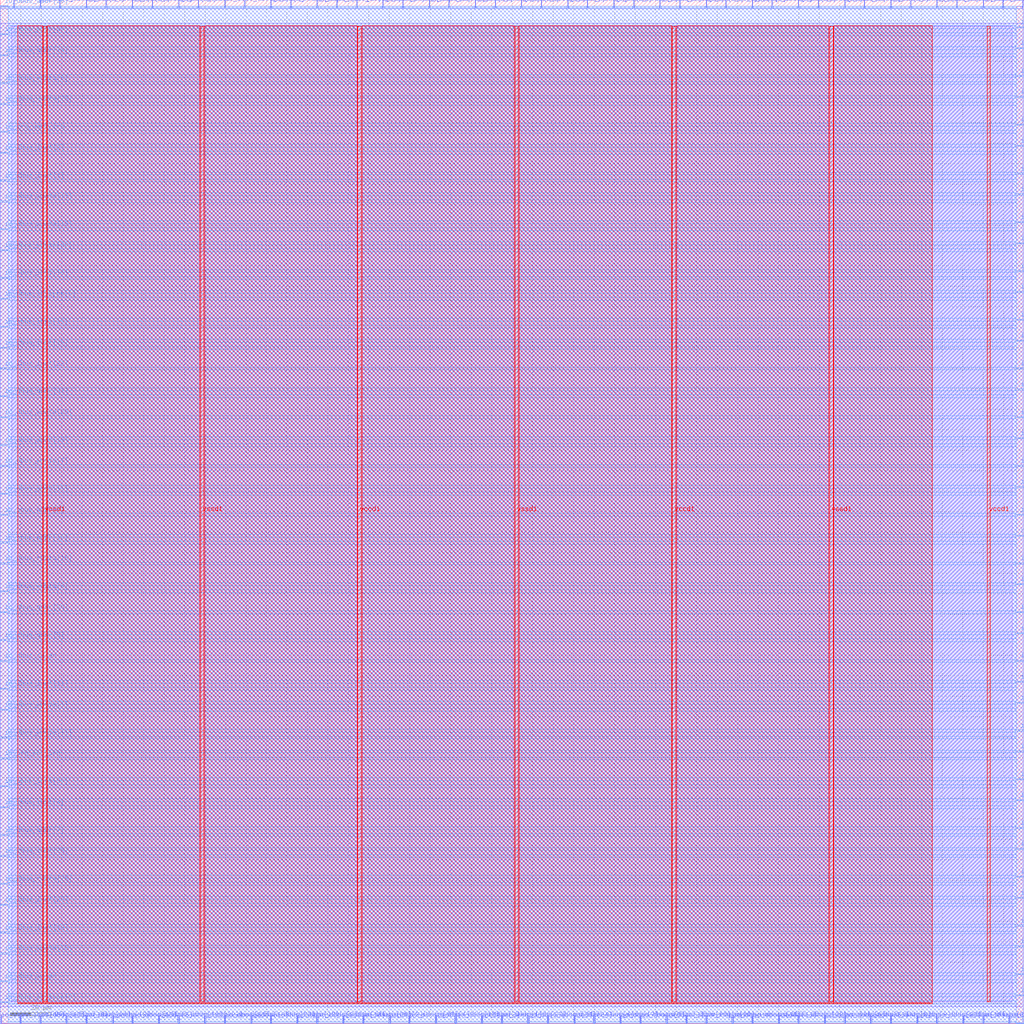
<source format=lef>
VERSION 5.7 ;
  NOWIREEXTENSIONATPIN ON ;
  DIVIDERCHAR "/" ;
  BUSBITCHARS "[]" ;
MACRO Core
  CLASS BLOCK ;
  FOREIGN Core ;
  ORIGIN 0.000 0.000 ;
  SIZE 500.000 BY 500.000 ;
  PIN clock
    DIRECTION INPUT ;
    USE SIGNAL ;
    PORT
      LAYER met2 ;
        RECT 96.690 496.000 96.970 500.000 ;
    END
  END clock
  PIN io_dbus_addr[0]
    DIRECTION OUTPUT TRISTATE ;
    USE SIGNAL ;
    PORT
      LAYER met2 ;
        RECT 492.750 0.000 493.030 4.000 ;
    END
  END io_dbus_addr[0]
  PIN io_dbus_addr[10]
    DIRECTION OUTPUT TRISTATE ;
    USE SIGNAL ;
    PORT
      LAYER met2 ;
        RECT 109.570 0.000 109.850 4.000 ;
    END
  END io_dbus_addr[10]
  PIN io_dbus_addr[11]
    DIRECTION OUTPUT TRISTATE ;
    USE SIGNAL ;
    PORT
      LAYER met2 ;
        RECT 367.170 0.000 367.450 4.000 ;
    END
  END io_dbus_addr[11]
  PIN io_dbus_addr[12]
    DIRECTION OUTPUT TRISTATE ;
    USE SIGNAL ;
    PORT
      LAYER met3 ;
        RECT 496.000 214.240 500.000 214.840 ;
    END
  END io_dbus_addr[12]
  PIN io_dbus_addr[13]
    DIRECTION OUTPUT TRISTATE ;
    USE SIGNAL ;
    PORT
      LAYER met2 ;
        RECT 322.090 496.000 322.370 500.000 ;
    END
  END io_dbus_addr[13]
  PIN io_dbus_addr[14]
    DIRECTION OUTPUT TRISTATE ;
    USE SIGNAL ;
    PORT
      LAYER met2 ;
        RECT 29.070 496.000 29.350 500.000 ;
    END
  END io_dbus_addr[14]
  PIN io_dbus_addr[15]
    DIRECTION OUTPUT TRISTATE ;
    USE SIGNAL ;
    PORT
      LAYER met3 ;
        RECT 0.000 258.440 4.000 259.040 ;
    END
  END io_dbus_addr[15]
  PIN io_dbus_addr[16]
    DIRECTION OUTPUT TRISTATE ;
    USE SIGNAL ;
    PORT
      LAYER met3 ;
        RECT 496.000 37.440 500.000 38.040 ;
    END
  END io_dbus_addr[16]
  PIN io_dbus_addr[17]
    DIRECTION OUTPUT TRISTATE ;
    USE SIGNAL ;
    PORT
      LAYER met2 ;
        RECT 479.870 496.000 480.150 500.000 ;
    END
  END io_dbus_addr[17]
  PIN io_dbus_addr[18]
    DIRECTION OUTPUT TRISTATE ;
    USE SIGNAL ;
    PORT
      LAYER met2 ;
        RECT 41.950 0.000 42.230 4.000 ;
    END
  END io_dbus_addr[18]
  PIN io_dbus_addr[19]
    DIRECTION OUTPUT TRISTATE ;
    USE SIGNAL ;
    PORT
      LAYER met3 ;
        RECT 0.000 282.240 4.000 282.840 ;
    END
  END io_dbus_addr[19]
  PIN io_dbus_addr[1]
    DIRECTION OUTPUT TRISTATE ;
    USE SIGNAL ;
    PORT
      LAYER met2 ;
        RECT 235.150 0.000 235.430 4.000 ;
    END
  END io_dbus_addr[1]
  PIN io_dbus_addr[20]
    DIRECTION OUTPUT TRISTATE ;
    USE SIGNAL ;
    PORT
      LAYER met3 ;
        RECT 0.000 496.440 4.000 497.040 ;
    END
  END io_dbus_addr[20]
  PIN io_dbus_addr[21]
    DIRECTION OUTPUT TRISTATE ;
    USE SIGNAL ;
    PORT
      LAYER met3 ;
        RECT 496.000 85.040 500.000 85.640 ;
    END
  END io_dbus_addr[21]
  PIN io_dbus_addr[22]
    DIRECTION OUTPUT TRISTATE ;
    USE SIGNAL ;
    PORT
      LAYER met2 ;
        RECT 231.930 496.000 232.210 500.000 ;
    END
  END io_dbus_addr[22]
  PIN io_dbus_addr[23]
    DIRECTION OUTPUT TRISTATE ;
    USE SIGNAL ;
    PORT
      LAYER met3 ;
        RECT 496.000 380.840 500.000 381.440 ;
    END
  END io_dbus_addr[23]
  PIN io_dbus_addr[24]
    DIRECTION OUTPUT TRISTATE ;
    USE SIGNAL ;
    PORT
      LAYER met3 ;
        RECT 0.000 472.640 4.000 473.240 ;
    END
  END io_dbus_addr[24]
  PIN io_dbus_addr[25]
    DIRECTION OUTPUT TRISTATE ;
    USE SIGNAL ;
    PORT
      LAYER met2 ;
        RECT 219.050 496.000 219.330 500.000 ;
    END
  END io_dbus_addr[25]
  PIN io_dbus_addr[26]
    DIRECTION OUTPUT TRISTATE ;
    USE SIGNAL ;
    PORT
      LAYER met2 ;
        RECT 286.670 496.000 286.950 500.000 ;
    END
  END io_dbus_addr[26]
  PIN io_dbus_addr[27]
    DIRECTION OUTPUT TRISTATE ;
    USE SIGNAL ;
    PORT
      LAYER met2 ;
        RECT 447.670 0.000 447.950 4.000 ;
    END
  END io_dbus_addr[27]
  PIN io_dbus_addr[28]
    DIRECTION OUTPUT TRISTATE ;
    USE SIGNAL ;
    PORT
      LAYER met3 ;
        RECT 496.000 391.040 500.000 391.640 ;
    END
  END io_dbus_addr[28]
  PIN io_dbus_addr[29]
    DIRECTION OUTPUT TRISTATE ;
    USE SIGNAL ;
    PORT
      LAYER met3 ;
        RECT 0.000 482.840 4.000 483.440 ;
    END
  END io_dbus_addr[29]
  PIN io_dbus_addr[2]
    DIRECTION OUTPUT TRISTATE ;
    USE SIGNAL ;
    PORT
      LAYER met2 ;
        RECT 119.230 496.000 119.510 500.000 ;
    END
  END io_dbus_addr[2]
  PIN io_dbus_addr[30]
    DIRECTION OUTPUT TRISTATE ;
    USE SIGNAL ;
    PORT
      LAYER met3 ;
        RECT 0.000 200.640 4.000 201.240 ;
    END
  END io_dbus_addr[30]
  PIN io_dbus_addr[31]
    DIRECTION OUTPUT TRISTATE ;
    USE SIGNAL ;
    PORT
      LAYER met3 ;
        RECT 0.000 306.040 4.000 306.640 ;
    END
  END io_dbus_addr[31]
  PIN io_dbus_addr[3]
    DIRECTION OUTPUT TRISTATE ;
    USE SIGNAL ;
    PORT
      LAYER met3 ;
        RECT 496.000 47.640 500.000 48.240 ;
    END
  END io_dbus_addr[3]
  PIN io_dbus_addr[4]
    DIRECTION OUTPUT TRISTATE ;
    USE SIGNAL ;
    PORT
      LAYER met3 ;
        RECT 496.000 476.040 500.000 476.640 ;
    END
  END io_dbus_addr[4]
  PIN io_dbus_addr[5]
    DIRECTION OUTPUT TRISTATE ;
    USE SIGNAL ;
    PORT
      LAYER met2 ;
        RECT 64.490 496.000 64.770 500.000 ;
    END
  END io_dbus_addr[5]
  PIN io_dbus_addr[6]
    DIRECTION OUTPUT TRISTATE ;
    USE SIGNAL ;
    PORT
      LAYER met2 ;
        RECT 402.590 0.000 402.870 4.000 ;
    END
  END io_dbus_addr[6]
  PIN io_dbus_addr[7]
    DIRECTION OUTPUT TRISTATE ;
    USE SIGNAL ;
    PORT
      LAYER met3 ;
        RECT 0.000 91.840 4.000 92.440 ;
    END
  END io_dbus_addr[7]
  PIN io_dbus_addr[8]
    DIRECTION OUTPUT TRISTATE ;
    USE SIGNAL ;
    PORT
      LAYER met2 ;
        RECT 425.130 0.000 425.410 4.000 ;
    END
  END io_dbus_addr[8]
  PIN io_dbus_addr[9]
    DIRECTION OUTPUT TRISTATE ;
    USE SIGNAL ;
    PORT
      LAYER met2 ;
        RECT 144.990 0.000 145.270 4.000 ;
    END
  END io_dbus_addr[9]
  PIN io_dbus_ld_type[0]
    DIRECTION OUTPUT TRISTATE ;
    USE SIGNAL ;
    PORT
      LAYER met3 ;
        RECT 0.000 353.640 4.000 354.240 ;
    END
  END io_dbus_ld_type[0]
  PIN io_dbus_ld_type[1]
    DIRECTION OUTPUT TRISTATE ;
    USE SIGNAL ;
    PORT
      LAYER met3 ;
        RECT 496.000 71.440 500.000 72.040 ;
    END
  END io_dbus_ld_type[1]
  PIN io_dbus_ld_type[2]
    DIRECTION OUTPUT TRISTATE ;
    USE SIGNAL ;
    PORT
      LAYER met2 ;
        RECT 389.710 0.000 389.990 4.000 ;
    END
  END io_dbus_ld_type[2]
  PIN io_dbus_rd_en
    DIRECTION OUTPUT TRISTATE ;
    USE SIGNAL ;
    PORT
      LAYER met3 ;
        RECT 0.000 176.840 4.000 177.440 ;
    END
  END io_dbus_rd_en
  PIN io_dbus_rdata[0]
    DIRECTION INPUT ;
    USE SIGNAL ;
    PORT
      LAYER met2 ;
        RECT 41.950 496.000 42.230 500.000 ;
    END
  END io_dbus_rdata[0]
  PIN io_dbus_rdata[10]
    DIRECTION INPUT ;
    USE SIGNAL ;
    PORT
      LAYER met2 ;
        RECT 19.410 496.000 19.690 500.000 ;
    END
  END io_dbus_rdata[10]
  PIN io_dbus_rdata[11]
    DIRECTION INPUT ;
    USE SIGNAL ;
    PORT
      LAYER met2 ;
        RECT 357.510 0.000 357.790 4.000 ;
    END
  END io_dbus_rdata[11]
  PIN io_dbus_rdata[12]
    DIRECTION INPUT ;
    USE SIGNAL ;
    PORT
      LAYER met2 ;
        RECT 444.450 496.000 444.730 500.000 ;
    END
  END io_dbus_rdata[12]
  PIN io_dbus_rdata[13]
    DIRECTION INPUT ;
    USE SIGNAL ;
    PORT
      LAYER met3 ;
        RECT 496.000 319.640 500.000 320.240 ;
    END
  END io_dbus_rdata[13]
  PIN io_dbus_rdata[14]
    DIRECTION INPUT ;
    USE SIGNAL ;
    PORT
      LAYER met2 ;
        RECT 309.210 496.000 309.490 500.000 ;
    END
  END io_dbus_rdata[14]
  PIN io_dbus_rdata[15]
    DIRECTION INPUT ;
    USE SIGNAL ;
    PORT
      LAYER met2 ;
        RECT 399.370 496.000 399.650 500.000 ;
    END
  END io_dbus_rdata[15]
  PIN io_dbus_rdata[16]
    DIRECTION INPUT ;
    USE SIGNAL ;
    PORT
      LAYER met3 ;
        RECT 0.000 224.440 4.000 225.040 ;
    END
  END io_dbus_rdata[16]
  PIN io_dbus_rdata[17]
    DIRECTION INPUT ;
    USE SIGNAL ;
    PORT
      LAYER met2 ;
        RECT 132.110 0.000 132.390 4.000 ;
    END
  END io_dbus_rdata[17]
  PIN io_dbus_rdata[18]
    DIRECTION INPUT ;
    USE SIGNAL ;
    PORT
      LAYER met2 ;
        RECT 457.330 496.000 457.610 500.000 ;
    END
  END io_dbus_rdata[18]
  PIN io_dbus_rdata[19]
    DIRECTION INPUT ;
    USE SIGNAL ;
    PORT
      LAYER met2 ;
        RECT 190.070 0.000 190.350 4.000 ;
    END
  END io_dbus_rdata[19]
  PIN io_dbus_rdata[1]
    DIRECTION INPUT ;
    USE SIGNAL ;
    PORT
      LAYER met2 ;
        RECT 312.430 0.000 312.710 4.000 ;
    END
  END io_dbus_rdata[1]
  PIN io_dbus_rdata[20]
    DIRECTION INPUT ;
    USE SIGNAL ;
    PORT
      LAYER met3 ;
        RECT 496.000 404.640 500.000 405.240 ;
    END
  END io_dbus_rdata[20]
  PIN io_dbus_rdata[21]
    DIRECTION INPUT ;
    USE SIGNAL ;
    PORT
      LAYER met3 ;
        RECT 496.000 272.040 500.000 272.640 ;
    END
  END io_dbus_rdata[21]
  PIN io_dbus_rdata[22]
    DIRECTION INPUT ;
    USE SIGNAL ;
    PORT
      LAYER met2 ;
        RECT 466.990 496.000 467.270 500.000 ;
    END
  END io_dbus_rdata[22]
  PIN io_dbus_rdata[23]
    DIRECTION INPUT ;
    USE SIGNAL ;
    PORT
      LAYER met2 ;
        RECT 209.390 496.000 209.670 500.000 ;
    END
  END io_dbus_rdata[23]
  PIN io_dbus_rdata[24]
    DIRECTION INPUT ;
    USE SIGNAL ;
    PORT
      LAYER met3 ;
        RECT 496.000 248.240 500.000 248.840 ;
    END
  END io_dbus_rdata[24]
  PIN io_dbus_rdata[25]
    DIRECTION INPUT ;
    USE SIGNAL ;
    PORT
      LAYER met2 ;
        RECT 132.110 496.000 132.390 500.000 ;
    END
  END io_dbus_rdata[25]
  PIN io_dbus_rdata[26]
    DIRECTION INPUT ;
    USE SIGNAL ;
    PORT
      LAYER met3 ;
        RECT 0.000 68.040 4.000 68.640 ;
    END
  END io_dbus_rdata[26]
  PIN io_dbus_rdata[27]
    DIRECTION INPUT ;
    USE SIGNAL ;
    PORT
      LAYER met2 ;
        RECT 173.970 496.000 174.250 500.000 ;
    END
  END io_dbus_rdata[27]
  PIN io_dbus_rdata[28]
    DIRECTION INPUT ;
    USE SIGNAL ;
    PORT
      LAYER met3 ;
        RECT 496.000 343.440 500.000 344.040 ;
    END
  END io_dbus_rdata[28]
  PIN io_dbus_rdata[29]
    DIRECTION INPUT ;
    USE SIGNAL ;
    PORT
      LAYER met2 ;
        RECT 334.970 0.000 335.250 4.000 ;
    END
  END io_dbus_rdata[29]
  PIN io_dbus_rdata[2]
    DIRECTION INPUT ;
    USE SIGNAL ;
    PORT
      LAYER met2 ;
        RECT 434.790 496.000 435.070 500.000 ;
    END
  END io_dbus_rdata[2]
  PIN io_dbus_rdata[30]
    DIRECTION INPUT ;
    USE SIGNAL ;
    PORT
      LAYER met2 ;
        RECT 499.190 496.000 499.470 500.000 ;
    END
  END io_dbus_rdata[30]
  PIN io_dbus_rdata[31]
    DIRECTION INPUT ;
    USE SIGNAL ;
    PORT
      LAYER met2 ;
        RECT 186.850 496.000 187.130 500.000 ;
    END
  END io_dbus_rdata[31]
  PIN io_dbus_rdata[3]
    DIRECTION INPUT ;
    USE SIGNAL ;
    PORT
      LAYER met2 ;
        RECT 222.270 0.000 222.550 4.000 ;
    END
  END io_dbus_rdata[3]
  PIN io_dbus_rdata[4]
    DIRECTION INPUT ;
    USE SIGNAL ;
    PORT
      LAYER met3 ;
        RECT 496.000 156.440 500.000 157.040 ;
    END
  END io_dbus_rdata[4]
  PIN io_dbus_rdata[5]
    DIRECTION INPUT ;
    USE SIGNAL ;
    PORT
      LAYER met3 ;
        RECT 496.000 23.840 500.000 24.440 ;
    END
  END io_dbus_rdata[5]
  PIN io_dbus_rdata[6]
    DIRECTION INPUT ;
    USE SIGNAL ;
    PORT
      LAYER met2 ;
        RECT 299.550 496.000 299.830 500.000 ;
    END
  END io_dbus_rdata[6]
  PIN io_dbus_rdata[7]
    DIRECTION INPUT ;
    USE SIGNAL ;
    PORT
      LAYER met3 ;
        RECT 496.000 438.640 500.000 439.240 ;
    END
  END io_dbus_rdata[7]
  PIN io_dbus_rdata[8]
    DIRECTION INPUT ;
    USE SIGNAL ;
    PORT
      LAYER met3 ;
        RECT 496.000 176.840 500.000 177.440 ;
    END
  END io_dbus_rdata[8]
  PIN io_dbus_rdata[9]
    DIRECTION INPUT ;
    USE SIGNAL ;
    PORT
      LAYER met2 ;
        RECT 302.770 0.000 303.050 4.000 ;
    END
  END io_dbus_rdata[9]
  PIN io_dbus_st_type[0]
    DIRECTION OUTPUT TRISTATE ;
    USE SIGNAL ;
    PORT
      LAYER met3 ;
        RECT 0.000 10.240 4.000 10.840 ;
    END
  END io_dbus_st_type[0]
  PIN io_dbus_st_type[1]
    DIRECTION OUTPUT TRISTATE ;
    USE SIGNAL ;
    PORT
      LAYER met2 ;
        RECT 344.630 496.000 344.910 500.000 ;
    END
  END io_dbus_st_type[1]
  PIN io_dbus_valid
    DIRECTION INPUT ;
    USE SIGNAL ;
    PORT
      LAYER met3 ;
        RECT 496.000 452.240 500.000 452.840 ;
    END
  END io_dbus_valid
  PIN io_dbus_wdata[0]
    DIRECTION OUTPUT TRISTATE ;
    USE SIGNAL ;
    PORT
      LAYER met2 ;
        RECT 141.770 496.000 142.050 500.000 ;
    END
  END io_dbus_wdata[0]
  PIN io_dbus_wdata[10]
    DIRECTION OUTPUT TRISTATE ;
    USE SIGNAL ;
    PORT
      LAYER met3 ;
        RECT 496.000 309.440 500.000 310.040 ;
    END
  END io_dbus_wdata[10]
  PIN io_dbus_wdata[11]
    DIRECTION OUTPUT TRISTATE ;
    USE SIGNAL ;
    PORT
      LAYER met2 ;
        RECT 19.410 0.000 19.690 4.000 ;
    END
  END io_dbus_wdata[11]
  PIN io_dbus_wdata[12]
    DIRECTION OUTPUT TRISTATE ;
    USE SIGNAL ;
    PORT
      LAYER met2 ;
        RECT 154.650 0.000 154.930 4.000 ;
    END
  END io_dbus_wdata[12]
  PIN io_dbus_wdata[13]
    DIRECTION OUTPUT TRISTATE ;
    USE SIGNAL ;
    PORT
      LAYER met3 ;
        RECT 0.000 387.640 4.000 388.240 ;
    END
  END io_dbus_wdata[13]
  PIN io_dbus_wdata[14]
    DIRECTION OUTPUT TRISTATE ;
    USE SIGNAL ;
    PORT
      LAYER met2 ;
        RECT 412.250 496.000 412.530 500.000 ;
    END
  END io_dbus_wdata[14]
  PIN io_dbus_wdata[15]
    DIRECTION OUTPUT TRISTATE ;
    USE SIGNAL ;
    PORT
      LAYER met3 ;
        RECT 0.000 139.440 4.000 140.040 ;
    END
  END io_dbus_wdata[15]
  PIN io_dbus_wdata[16]
    DIRECTION OUTPUT TRISTATE ;
    USE SIGNAL ;
    PORT
      LAYER met2 ;
        RECT 457.330 0.000 457.610 4.000 ;
    END
  END io_dbus_wdata[16]
  PIN io_dbus_wdata[17]
    DIRECTION OUTPUT TRISTATE ;
    USE SIGNAL ;
    PORT
      LAYER met3 ;
        RECT 0.000 401.240 4.000 401.840 ;
    END
  END io_dbus_wdata[17]
  PIN io_dbus_wdata[18]
    DIRECTION OUTPUT TRISTATE ;
    USE SIGNAL ;
    PORT
      LAYER met3 ;
        RECT 0.000 34.040 4.000 34.640 ;
    END
  END io_dbus_wdata[18]
  PIN io_dbus_wdata[19]
    DIRECTION OUTPUT TRISTATE ;
    USE SIGNAL ;
    PORT
      LAYER met3 ;
        RECT 496.000 200.640 500.000 201.240 ;
    END
  END io_dbus_wdata[19]
  PIN io_dbus_wdata[1]
    DIRECTION OUTPUT TRISTATE ;
    USE SIGNAL ;
    PORT
      LAYER met3 ;
        RECT 496.000 119.040 500.000 119.640 ;
    END
  END io_dbus_wdata[1]
  PIN io_dbus_wdata[20]
    DIRECTION OUTPUT TRISTATE ;
    USE SIGNAL ;
    PORT
      LAYER met3 ;
        RECT 0.000 377.440 4.000 378.040 ;
    END
  END io_dbus_wdata[20]
  PIN io_dbus_wdata[21]
    DIRECTION OUTPUT TRISTATE ;
    USE SIGNAL ;
    PORT
      LAYER met2 ;
        RECT 196.510 496.000 196.790 500.000 ;
    END
  END io_dbus_wdata[21]
  PIN io_dbus_wdata[22]
    DIRECTION OUTPUT TRISTATE ;
    USE SIGNAL ;
    PORT
      LAYER met2 ;
        RECT 380.050 0.000 380.330 4.000 ;
    END
  END io_dbus_wdata[22]
  PIN io_dbus_wdata[23]
    DIRECTION OUTPUT TRISTATE ;
    USE SIGNAL ;
    PORT
      LAYER met3 ;
        RECT 496.000 414.840 500.000 415.440 ;
    END
  END io_dbus_wdata[23]
  PIN io_dbus_wdata[24]
    DIRECTION OUTPUT TRISTATE ;
    USE SIGNAL ;
    PORT
      LAYER met2 ;
        RECT 167.530 0.000 167.810 4.000 ;
    END
  END io_dbus_wdata[24]
  PIN io_dbus_wdata[25]
    DIRECTION OUTPUT TRISTATE ;
    USE SIGNAL ;
    PORT
      LAYER met3 ;
        RECT 0.000 448.840 4.000 449.440 ;
    END
  END io_dbus_wdata[25]
  PIN io_dbus_wdata[26]
    DIRECTION OUTPUT TRISTATE ;
    USE SIGNAL ;
    PORT
      LAYER met3 ;
        RECT 496.000 357.040 500.000 357.640 ;
    END
  END io_dbus_wdata[26]
  PIN io_dbus_wdata[27]
    DIRECTION OUTPUT TRISTATE ;
    USE SIGNAL ;
    PORT
      LAYER met3 ;
        RECT 496.000 0.040 500.000 0.640 ;
    END
  END io_dbus_wdata[27]
  PIN io_dbus_wdata[28]
    DIRECTION OUTPUT TRISTATE ;
    USE SIGNAL ;
    PORT
      LAYER met3 ;
        RECT 496.000 132.640 500.000 133.240 ;
    END
  END io_dbus_wdata[28]
  PIN io_dbus_wdata[29]
    DIRECTION OUTPUT TRISTATE ;
    USE SIGNAL ;
    PORT
      LAYER met3 ;
        RECT 0.000 295.840 4.000 296.440 ;
    END
  END io_dbus_wdata[29]
  PIN io_dbus_wdata[2]
    DIRECTION OUTPUT TRISTATE ;
    USE SIGNAL ;
    PORT
      LAYER met3 ;
        RECT 496.000 224.440 500.000 225.040 ;
    END
  END io_dbus_wdata[2]
  PIN io_dbus_wdata[30]
    DIRECTION OUTPUT TRISTATE ;
    USE SIGNAL ;
    PORT
      LAYER met2 ;
        RECT 470.210 0.000 470.490 4.000 ;
    END
  END io_dbus_wdata[30]
  PIN io_dbus_wdata[31]
    DIRECTION OUTPUT TRISTATE ;
    USE SIGNAL ;
    PORT
      LAYER met2 ;
        RECT 257.690 0.000 257.970 4.000 ;
    END
  END io_dbus_wdata[31]
  PIN io_dbus_wdata[3]
    DIRECTION OUTPUT TRISTATE ;
    USE SIGNAL ;
    PORT
      LAYER met3 ;
        RECT 496.000 261.840 500.000 262.440 ;
    END
  END io_dbus_wdata[3]
  PIN io_dbus_wdata[4]
    DIRECTION OUTPUT TRISTATE ;
    USE SIGNAL ;
    PORT
      LAYER met3 ;
        RECT 0.000 210.840 4.000 211.440 ;
    END
  END io_dbus_wdata[4]
  PIN io_dbus_wdata[5]
    DIRECTION OUTPUT TRISTATE ;
    USE SIGNAL ;
    PORT
      LAYER met3 ;
        RECT 0.000 153.040 4.000 153.640 ;
    END
  END io_dbus_wdata[5]
  PIN io_dbus_wdata[6]
    DIRECTION OUTPUT TRISTATE ;
    USE SIGNAL ;
    PORT
      LAYER met2 ;
        RECT 264.130 496.000 264.410 500.000 ;
    END
  END io_dbus_wdata[6]
  PIN io_dbus_wdata[7]
    DIRECTION OUTPUT TRISTATE ;
    USE SIGNAL ;
    PORT
      LAYER met3 ;
        RECT 0.000 272.040 4.000 272.640 ;
    END
  END io_dbus_wdata[7]
  PIN io_dbus_wdata[8]
    DIRECTION OUTPUT TRISTATE ;
    USE SIGNAL ;
    PORT
      LAYER met3 ;
        RECT 0.000 459.040 4.000 459.640 ;
    END
  END io_dbus_wdata[8]
  PIN io_dbus_wdata[9]
    DIRECTION OUTPUT TRISTATE ;
    USE SIGNAL ;
    PORT
      LAYER met3 ;
        RECT 496.000 462.440 500.000 463.040 ;
    END
  END io_dbus_wdata[9]
  PIN io_dbus_wr_en
    DIRECTION OUTPUT TRISTATE ;
    USE SIGNAL ;
    PORT
      LAYER met3 ;
        RECT 0.000 20.440 4.000 21.040 ;
    END
  END io_dbus_wr_en
  PIN io_ibus_addr[0]
    DIRECTION OUTPUT TRISTATE ;
    USE SIGNAL ;
    PORT
      LAYER met2 ;
        RECT 277.010 496.000 277.290 500.000 ;
    END
  END io_ibus_addr[0]
  PIN io_ibus_addr[10]
    DIRECTION OUTPUT TRISTATE ;
    USE SIGNAL ;
    PORT
      LAYER met3 ;
        RECT 0.000 234.640 4.000 235.240 ;
    END
  END io_ibus_addr[10]
  PIN io_ibus_addr[11]
    DIRECTION OUTPUT TRISTATE ;
    USE SIGNAL ;
    PORT
      LAYER met2 ;
        RECT 331.750 496.000 332.030 500.000 ;
    END
  END io_ibus_addr[11]
  PIN io_ibus_addr[12]
    DIRECTION OUTPUT TRISTATE ;
    USE SIGNAL ;
    PORT
      LAYER met2 ;
        RECT 9.750 0.000 10.030 4.000 ;
    END
  END io_ibus_addr[12]
  PIN io_ibus_addr[13]
    DIRECTION OUTPUT TRISTATE ;
    USE SIGNAL ;
    PORT
      LAYER met2 ;
        RECT 77.370 0.000 77.650 4.000 ;
    END
  END io_ibus_addr[13]
  PIN io_ibus_addr[14]
    DIRECTION OUTPUT TRISTATE ;
    USE SIGNAL ;
    PORT
      LAYER met3 ;
        RECT 496.000 61.240 500.000 61.840 ;
    END
  END io_ibus_addr[14]
  PIN io_ibus_addr[15]
    DIRECTION OUTPUT TRISTATE ;
    USE SIGNAL ;
    PORT
      LAYER met2 ;
        RECT 212.610 0.000 212.890 4.000 ;
    END
  END io_ibus_addr[15]
  PIN io_ibus_addr[16]
    DIRECTION OUTPUT TRISTATE ;
    USE SIGNAL ;
    PORT
      LAYER met2 ;
        RECT 109.570 496.000 109.850 500.000 ;
    END
  END io_ibus_addr[16]
  PIN io_ibus_addr[17]
    DIRECTION OUTPUT TRISTATE ;
    USE SIGNAL ;
    PORT
      LAYER met2 ;
        RECT 154.650 496.000 154.930 500.000 ;
    END
  END io_ibus_addr[17]
  PIN io_ibus_addr[18]
    DIRECTION OUTPUT TRISTATE ;
    USE SIGNAL ;
    PORT
      LAYER met2 ;
        RECT 376.830 496.000 377.110 500.000 ;
    END
  END io_ibus_addr[18]
  PIN io_ibus_addr[19]
    DIRECTION OUTPUT TRISTATE ;
    USE SIGNAL ;
    PORT
      LAYER met2 ;
        RECT 54.830 0.000 55.110 4.000 ;
    END
  END io_ibus_addr[19]
  PIN io_ibus_addr[1]
    DIRECTION OUTPUT TRISTATE ;
    USE SIGNAL ;
    PORT
      LAYER met3 ;
        RECT 496.000 108.840 500.000 109.440 ;
    END
  END io_ibus_addr[1]
  PIN io_ibus_addr[20]
    DIRECTION OUTPUT TRISTATE ;
    USE SIGNAL ;
    PORT
      LAYER met3 ;
        RECT 496.000 285.640 500.000 286.240 ;
    END
  END io_ibus_addr[20]
  PIN io_ibus_addr[21]
    DIRECTION OUTPUT TRISTATE ;
    USE SIGNAL ;
    PORT
      LAYER met2 ;
        RECT 164.310 496.000 164.590 500.000 ;
    END
  END io_ibus_addr[21]
  PIN io_ibus_addr[22]
    DIRECTION OUTPUT TRISTATE ;
    USE SIGNAL ;
    PORT
      LAYER met3 ;
        RECT 496.000 190.440 500.000 191.040 ;
    END
  END io_ibus_addr[22]
  PIN io_ibus_addr[23]
    DIRECTION OUTPUT TRISTATE ;
    USE SIGNAL ;
    PORT
      LAYER met2 ;
        RECT 51.610 496.000 51.890 500.000 ;
    END
  END io_ibus_addr[23]
  PIN io_ibus_addr[24]
    DIRECTION OUTPUT TRISTATE ;
    USE SIGNAL ;
    PORT
      LAYER met2 ;
        RECT 267.350 0.000 267.630 4.000 ;
    END
  END io_ibus_addr[24]
  PIN io_ibus_addr[25]
    DIRECTION OUTPUT TRISTATE ;
    USE SIGNAL ;
    PORT
      LAYER met3 ;
        RECT 496.000 367.240 500.000 367.840 ;
    END
  END io_ibus_addr[25]
  PIN io_ibus_addr[26]
    DIRECTION OUTPUT TRISTATE ;
    USE SIGNAL ;
    PORT
      LAYER met2 ;
        RECT 389.710 496.000 389.990 500.000 ;
    END
  END io_ibus_addr[26]
  PIN io_ibus_addr[27]
    DIRECTION OUTPUT TRISTATE ;
    USE SIGNAL ;
    PORT
      LAYER met2 ;
        RECT 122.450 0.000 122.730 4.000 ;
    END
  END io_ibus_addr[27]
  PIN io_ibus_addr[28]
    DIRECTION OUTPUT TRISTATE ;
    USE SIGNAL ;
    PORT
      LAYER met3 ;
        RECT 496.000 142.840 500.000 143.440 ;
    END
  END io_ibus_addr[28]
  PIN io_ibus_addr[29]
    DIRECTION OUTPUT TRISTATE ;
    USE SIGNAL ;
    PORT
      LAYER met2 ;
        RECT 325.310 0.000 325.590 4.000 ;
    END
  END io_ibus_addr[29]
  PIN io_ibus_addr[2]
    DIRECTION OUTPUT TRISTATE ;
    USE SIGNAL ;
    PORT
      LAYER met3 ;
        RECT 496.000 13.640 500.000 14.240 ;
    END
  END io_ibus_addr[2]
  PIN io_ibus_addr[30]
    DIRECTION OUTPUT TRISTATE ;
    USE SIGNAL ;
    PORT
      LAYER met2 ;
        RECT 74.150 496.000 74.430 500.000 ;
    END
  END io_ibus_addr[30]
  PIN io_ibus_addr[31]
    DIRECTION OUTPUT TRISTATE ;
    USE SIGNAL ;
    PORT
      LAYER met2 ;
        RECT 412.250 0.000 412.530 4.000 ;
    END
  END io_ibus_addr[31]
  PIN io_ibus_addr[3]
    DIRECTION OUTPUT TRISTATE ;
    USE SIGNAL ;
    PORT
      LAYER met2 ;
        RECT 64.490 0.000 64.770 4.000 ;
    END
  END io_ibus_addr[3]
  PIN io_ibus_addr[4]
    DIRECTION OUTPUT TRISTATE ;
    USE SIGNAL ;
    PORT
      LAYER met2 ;
        RECT 199.730 0.000 200.010 4.000 ;
    END
  END io_ibus_addr[4]
  PIN io_ibus_addr[5]
    DIRECTION OUTPUT TRISTATE ;
    USE SIGNAL ;
    PORT
      LAYER met3 ;
        RECT 0.000 187.040 4.000 187.640 ;
    END
  END io_ibus_addr[5]
  PIN io_ibus_addr[6]
    DIRECTION OUTPUT TRISTATE ;
    USE SIGNAL ;
    PORT
      LAYER met3 ;
        RECT 496.000 428.440 500.000 429.040 ;
    END
  END io_ibus_addr[6]
  PIN io_ibus_addr[7]
    DIRECTION OUTPUT TRISTATE ;
    USE SIGNAL ;
    PORT
      LAYER met3 ;
        RECT 496.000 295.840 500.000 296.440 ;
    END
  END io_ibus_addr[7]
  PIN io_ibus_addr[8]
    DIRECTION OUTPUT TRISTATE ;
    USE SIGNAL ;
    PORT
      LAYER met2 ;
        RECT 434.790 0.000 435.070 4.000 ;
    END
  END io_ibus_addr[8]
  PIN io_ibus_addr[9]
    DIRECTION OUTPUT TRISTATE ;
    USE SIGNAL ;
    PORT
      LAYER met3 ;
        RECT 0.000 248.240 4.000 248.840 ;
    END
  END io_ibus_addr[9]
  PIN io_ibus_inst[0]
    DIRECTION INPUT ;
    USE SIGNAL ;
    PORT
      LAYER met3 ;
        RECT 496.000 166.640 500.000 167.240 ;
    END
  END io_ibus_inst[0]
  PIN io_ibus_inst[10]
    DIRECTION INPUT ;
    USE SIGNAL ;
    PORT
      LAYER met3 ;
        RECT 0.000 329.840 4.000 330.440 ;
    END
  END io_ibus_inst[10]
  PIN io_ibus_inst[11]
    DIRECTION INPUT ;
    USE SIGNAL ;
    PORT
      LAYER met3 ;
        RECT 0.000 163.240 4.000 163.840 ;
    END
  END io_ibus_inst[11]
  PIN io_ibus_inst[12]
    DIRECTION INPUT ;
    USE SIGNAL ;
    PORT
      LAYER met3 ;
        RECT 496.000 486.240 500.000 486.840 ;
    END
  END io_ibus_inst[12]
  PIN io_ibus_inst[13]
    DIRECTION INPUT ;
    USE SIGNAL ;
    PORT
      LAYER met2 ;
        RECT 479.870 0.000 480.150 4.000 ;
    END
  END io_ibus_inst[13]
  PIN io_ibus_inst[14]
    DIRECTION INPUT ;
    USE SIGNAL ;
    PORT
      LAYER met2 ;
        RECT 489.530 496.000 489.810 500.000 ;
    END
  END io_ibus_inst[14]
  PIN io_ibus_inst[15]
    DIRECTION INPUT ;
    USE SIGNAL ;
    PORT
      LAYER met3 ;
        RECT 0.000 340.040 4.000 340.640 ;
    END
  END io_ibus_inst[15]
  PIN io_ibus_inst[16]
    DIRECTION INPUT ;
    USE SIGNAL ;
    PORT
      LAYER met3 ;
        RECT 0.000 363.840 4.000 364.440 ;
    END
  END io_ibus_inst[16]
  PIN io_ibus_inst[17]
    DIRECTION INPUT ;
    USE SIGNAL ;
    PORT
      LAYER met2 ;
        RECT 289.890 0.000 290.170 4.000 ;
    END
  END io_ibus_inst[17]
  PIN io_ibus_inst[18]
    DIRECTION INPUT ;
    USE SIGNAL ;
    PORT
      LAYER met2 ;
        RECT 0.090 0.000 0.370 4.000 ;
    END
  END io_ibus_inst[18]
  PIN io_ibus_inst[19]
    DIRECTION INPUT ;
    USE SIGNAL ;
    PORT
      LAYER met3 ;
        RECT 0.000 44.240 4.000 44.840 ;
    END
  END io_ibus_inst[19]
  PIN io_ibus_inst[1]
    DIRECTION INPUT ;
    USE SIGNAL ;
    PORT
      LAYER met3 ;
        RECT 0.000 411.440 4.000 412.040 ;
    END
  END io_ibus_inst[1]
  PIN io_ibus_inst[20]
    DIRECTION INPUT ;
    USE SIGNAL ;
    PORT
      LAYER met3 ;
        RECT 0.000 57.840 4.000 58.440 ;
    END
  END io_ibus_inst[20]
  PIN io_ibus_inst[21]
    DIRECTION INPUT ;
    USE SIGNAL ;
    PORT
      LAYER met2 ;
        RECT 254.470 496.000 254.750 500.000 ;
    END
  END io_ibus_inst[21]
  PIN io_ibus_inst[22]
    DIRECTION INPUT ;
    USE SIGNAL ;
    PORT
      LAYER met3 ;
        RECT 0.000 319.640 4.000 320.240 ;
    END
  END io_ibus_inst[22]
  PIN io_ibus_inst[23]
    DIRECTION INPUT ;
    USE SIGNAL ;
    PORT
      LAYER met2 ;
        RECT 87.030 0.000 87.310 4.000 ;
    END
  END io_ibus_inst[23]
  PIN io_ibus_inst[24]
    DIRECTION INPUT ;
    USE SIGNAL ;
    PORT
      LAYER met2 ;
        RECT 32.290 0.000 32.570 4.000 ;
    END
  END io_ibus_inst[24]
  PIN io_ibus_inst[25]
    DIRECTION INPUT ;
    USE SIGNAL ;
    PORT
      LAYER met3 ;
        RECT 0.000 81.640 4.000 82.240 ;
    END
  END io_ibus_inst[25]
  PIN io_ibus_inst[26]
    DIRECTION INPUT ;
    USE SIGNAL ;
    PORT
      LAYER met2 ;
        RECT 241.590 496.000 241.870 500.000 ;
    END
  END io_ibus_inst[26]
  PIN io_ibus_inst[27]
    DIRECTION INPUT ;
    USE SIGNAL ;
    PORT
      LAYER met2 ;
        RECT 244.810 0.000 245.090 4.000 ;
    END
  END io_ibus_inst[27]
  PIN io_ibus_inst[28]
    DIRECTION INPUT ;
    USE SIGNAL ;
    PORT
      LAYER met2 ;
        RECT 421.910 496.000 422.190 500.000 ;
    END
  END io_ibus_inst[28]
  PIN io_ibus_inst[29]
    DIRECTION INPUT ;
    USE SIGNAL ;
    PORT
      LAYER met3 ;
        RECT 496.000 95.240 500.000 95.840 ;
    END
  END io_ibus_inst[29]
  PIN io_ibus_inst[2]
    DIRECTION INPUT ;
    USE SIGNAL ;
    PORT
      LAYER met3 ;
        RECT 0.000 425.040 4.000 425.640 ;
    END
  END io_ibus_inst[2]
  PIN io_ibus_inst[30]
    DIRECTION INPUT ;
    USE SIGNAL ;
    PORT
      LAYER met3 ;
        RECT 0.000 115.640 4.000 116.240 ;
    END
  END io_ibus_inst[30]
  PIN io_ibus_inst[31]
    DIRECTION INPUT ;
    USE SIGNAL ;
    PORT
      LAYER met2 ;
        RECT 99.910 0.000 100.190 4.000 ;
    END
  END io_ibus_inst[31]
  PIN io_ibus_inst[3]
    DIRECTION INPUT ;
    USE SIGNAL ;
    PORT
      LAYER met2 ;
        RECT 177.190 0.000 177.470 4.000 ;
    END
  END io_ibus_inst[3]
  PIN io_ibus_inst[4]
    DIRECTION INPUT ;
    USE SIGNAL ;
    PORT
      LAYER met3 ;
        RECT 0.000 105.440 4.000 106.040 ;
    END
  END io_ibus_inst[4]
  PIN io_ibus_inst[5]
    DIRECTION INPUT ;
    USE SIGNAL ;
    PORT
      LAYER met3 ;
        RECT 496.000 333.240 500.000 333.840 ;
    END
  END io_ibus_inst[5]
  PIN io_ibus_inst[6]
    DIRECTION INPUT ;
    USE SIGNAL ;
    PORT
      LAYER met2 ;
        RECT 280.230 0.000 280.510 4.000 ;
    END
  END io_ibus_inst[6]
  PIN io_ibus_inst[7]
    DIRECTION INPUT ;
    USE SIGNAL ;
    PORT
      LAYER met2 ;
        RECT 367.170 496.000 367.450 500.000 ;
    END
  END io_ibus_inst[7]
  PIN io_ibus_inst[8]
    DIRECTION INPUT ;
    USE SIGNAL ;
    PORT
      LAYER met2 ;
        RECT 354.290 496.000 354.570 500.000 ;
    END
  END io_ibus_inst[8]
  PIN io_ibus_inst[9]
    DIRECTION INPUT ;
    USE SIGNAL ;
    PORT
      LAYER met2 ;
        RECT 6.530 496.000 6.810 500.000 ;
    END
  END io_ibus_inst[9]
  PIN io_ibus_valid
    DIRECTION INPUT ;
    USE SIGNAL ;
    PORT
      LAYER met2 ;
        RECT 87.030 496.000 87.310 500.000 ;
    END
  END io_ibus_valid
  PIN io_irq_motor_irq
    DIRECTION INPUT ;
    USE SIGNAL ;
    PORT
      LAYER met2 ;
        RECT 344.630 0.000 344.910 4.000 ;
    END
  END io_irq_motor_irq
  PIN io_irq_spi_irq
    DIRECTION INPUT ;
    USE SIGNAL ;
    PORT
      LAYER met3 ;
        RECT 0.000 129.240 4.000 129.840 ;
    END
  END io_irq_spi_irq
  PIN io_irq_uart_irq
    DIRECTION INPUT ;
    USE SIGNAL ;
    PORT
      LAYER met3 ;
        RECT 0.000 435.240 4.000 435.840 ;
    END
  END io_irq_uart_irq
  PIN reset
    DIRECTION INPUT ;
    USE SIGNAL ;
    PORT
      LAYER met3 ;
        RECT 496.000 238.040 500.000 238.640 ;
    END
  END reset
  PIN vccd1
    DIRECTION INPUT ;
    USE POWER ;
    PORT
      LAYER met4 ;
        RECT 21.040 10.640 22.640 487.120 ;
    END
    PORT
      LAYER met4 ;
        RECT 174.640 10.640 176.240 487.120 ;
    END
    PORT
      LAYER met4 ;
        RECT 328.240 10.640 329.840 487.120 ;
    END
    PORT
      LAYER met4 ;
        RECT 481.840 10.640 483.440 487.120 ;
    END
  END vccd1
  PIN vssd1
    DIRECTION INPUT ;
    USE GROUND ;
    PORT
      LAYER met4 ;
        RECT 97.840 10.640 99.440 487.120 ;
    END
    PORT
      LAYER met4 ;
        RECT 251.440 10.640 253.040 487.120 ;
    END
    PORT
      LAYER met4 ;
        RECT 405.040 10.640 406.640 487.120 ;
    END
  END vssd1
  OBS
      LAYER li1 ;
        RECT 5.520 10.795 494.040 486.965 ;
      LAYER met1 ;
        RECT 0.070 8.200 499.490 488.540 ;
      LAYER met2 ;
        RECT 0.100 495.720 6.250 496.925 ;
        RECT 7.090 495.720 19.130 496.925 ;
        RECT 19.970 495.720 28.790 496.925 ;
        RECT 29.630 495.720 41.670 496.925 ;
        RECT 42.510 495.720 51.330 496.925 ;
        RECT 52.170 495.720 64.210 496.925 ;
        RECT 65.050 495.720 73.870 496.925 ;
        RECT 74.710 495.720 86.750 496.925 ;
        RECT 87.590 495.720 96.410 496.925 ;
        RECT 97.250 495.720 109.290 496.925 ;
        RECT 110.130 495.720 118.950 496.925 ;
        RECT 119.790 495.720 131.830 496.925 ;
        RECT 132.670 495.720 141.490 496.925 ;
        RECT 142.330 495.720 154.370 496.925 ;
        RECT 155.210 495.720 164.030 496.925 ;
        RECT 164.870 495.720 173.690 496.925 ;
        RECT 174.530 495.720 186.570 496.925 ;
        RECT 187.410 495.720 196.230 496.925 ;
        RECT 197.070 495.720 209.110 496.925 ;
        RECT 209.950 495.720 218.770 496.925 ;
        RECT 219.610 495.720 231.650 496.925 ;
        RECT 232.490 495.720 241.310 496.925 ;
        RECT 242.150 495.720 254.190 496.925 ;
        RECT 255.030 495.720 263.850 496.925 ;
        RECT 264.690 495.720 276.730 496.925 ;
        RECT 277.570 495.720 286.390 496.925 ;
        RECT 287.230 495.720 299.270 496.925 ;
        RECT 300.110 495.720 308.930 496.925 ;
        RECT 309.770 495.720 321.810 496.925 ;
        RECT 322.650 495.720 331.470 496.925 ;
        RECT 332.310 495.720 344.350 496.925 ;
        RECT 345.190 495.720 354.010 496.925 ;
        RECT 354.850 495.720 366.890 496.925 ;
        RECT 367.730 495.720 376.550 496.925 ;
        RECT 377.390 495.720 389.430 496.925 ;
        RECT 390.270 495.720 399.090 496.925 ;
        RECT 399.930 495.720 411.970 496.925 ;
        RECT 412.810 495.720 421.630 496.925 ;
        RECT 422.470 495.720 434.510 496.925 ;
        RECT 435.350 495.720 444.170 496.925 ;
        RECT 445.010 495.720 457.050 496.925 ;
        RECT 457.890 495.720 466.710 496.925 ;
        RECT 467.550 495.720 479.590 496.925 ;
        RECT 480.430 495.720 489.250 496.925 ;
        RECT 490.090 495.720 498.910 496.925 ;
        RECT 0.100 4.280 499.460 495.720 ;
        RECT 0.650 0.155 9.470 4.280 ;
        RECT 10.310 0.155 19.130 4.280 ;
        RECT 19.970 0.155 32.010 4.280 ;
        RECT 32.850 0.155 41.670 4.280 ;
        RECT 42.510 0.155 54.550 4.280 ;
        RECT 55.390 0.155 64.210 4.280 ;
        RECT 65.050 0.155 77.090 4.280 ;
        RECT 77.930 0.155 86.750 4.280 ;
        RECT 87.590 0.155 99.630 4.280 ;
        RECT 100.470 0.155 109.290 4.280 ;
        RECT 110.130 0.155 122.170 4.280 ;
        RECT 123.010 0.155 131.830 4.280 ;
        RECT 132.670 0.155 144.710 4.280 ;
        RECT 145.550 0.155 154.370 4.280 ;
        RECT 155.210 0.155 167.250 4.280 ;
        RECT 168.090 0.155 176.910 4.280 ;
        RECT 177.750 0.155 189.790 4.280 ;
        RECT 190.630 0.155 199.450 4.280 ;
        RECT 200.290 0.155 212.330 4.280 ;
        RECT 213.170 0.155 221.990 4.280 ;
        RECT 222.830 0.155 234.870 4.280 ;
        RECT 235.710 0.155 244.530 4.280 ;
        RECT 245.370 0.155 257.410 4.280 ;
        RECT 258.250 0.155 267.070 4.280 ;
        RECT 267.910 0.155 279.950 4.280 ;
        RECT 280.790 0.155 289.610 4.280 ;
        RECT 290.450 0.155 302.490 4.280 ;
        RECT 303.330 0.155 312.150 4.280 ;
        RECT 312.990 0.155 325.030 4.280 ;
        RECT 325.870 0.155 334.690 4.280 ;
        RECT 335.530 0.155 344.350 4.280 ;
        RECT 345.190 0.155 357.230 4.280 ;
        RECT 358.070 0.155 366.890 4.280 ;
        RECT 367.730 0.155 379.770 4.280 ;
        RECT 380.610 0.155 389.430 4.280 ;
        RECT 390.270 0.155 402.310 4.280 ;
        RECT 403.150 0.155 411.970 4.280 ;
        RECT 412.810 0.155 424.850 4.280 ;
        RECT 425.690 0.155 434.510 4.280 ;
        RECT 435.350 0.155 447.390 4.280 ;
        RECT 448.230 0.155 457.050 4.280 ;
        RECT 457.890 0.155 469.930 4.280 ;
        RECT 470.770 0.155 479.590 4.280 ;
        RECT 480.430 0.155 492.470 4.280 ;
        RECT 493.310 0.155 499.460 4.280 ;
      LAYER met3 ;
        RECT 4.400 496.040 496.000 496.905 ;
        RECT 4.000 487.240 496.000 496.040 ;
        RECT 4.000 485.840 495.600 487.240 ;
        RECT 4.000 483.840 496.000 485.840 ;
        RECT 4.400 482.440 496.000 483.840 ;
        RECT 4.000 477.040 496.000 482.440 ;
        RECT 4.000 475.640 495.600 477.040 ;
        RECT 4.000 473.640 496.000 475.640 ;
        RECT 4.400 472.240 496.000 473.640 ;
        RECT 4.000 463.440 496.000 472.240 ;
        RECT 4.000 462.040 495.600 463.440 ;
        RECT 4.000 460.040 496.000 462.040 ;
        RECT 4.400 458.640 496.000 460.040 ;
        RECT 4.000 453.240 496.000 458.640 ;
        RECT 4.000 451.840 495.600 453.240 ;
        RECT 4.000 449.840 496.000 451.840 ;
        RECT 4.400 448.440 496.000 449.840 ;
        RECT 4.000 439.640 496.000 448.440 ;
        RECT 4.000 438.240 495.600 439.640 ;
        RECT 4.000 436.240 496.000 438.240 ;
        RECT 4.400 434.840 496.000 436.240 ;
        RECT 4.000 429.440 496.000 434.840 ;
        RECT 4.000 428.040 495.600 429.440 ;
        RECT 4.000 426.040 496.000 428.040 ;
        RECT 4.400 424.640 496.000 426.040 ;
        RECT 4.000 415.840 496.000 424.640 ;
        RECT 4.000 414.440 495.600 415.840 ;
        RECT 4.000 412.440 496.000 414.440 ;
        RECT 4.400 411.040 496.000 412.440 ;
        RECT 4.000 405.640 496.000 411.040 ;
        RECT 4.000 404.240 495.600 405.640 ;
        RECT 4.000 402.240 496.000 404.240 ;
        RECT 4.400 400.840 496.000 402.240 ;
        RECT 4.000 392.040 496.000 400.840 ;
        RECT 4.000 390.640 495.600 392.040 ;
        RECT 4.000 388.640 496.000 390.640 ;
        RECT 4.400 387.240 496.000 388.640 ;
        RECT 4.000 381.840 496.000 387.240 ;
        RECT 4.000 380.440 495.600 381.840 ;
        RECT 4.000 378.440 496.000 380.440 ;
        RECT 4.400 377.040 496.000 378.440 ;
        RECT 4.000 368.240 496.000 377.040 ;
        RECT 4.000 366.840 495.600 368.240 ;
        RECT 4.000 364.840 496.000 366.840 ;
        RECT 4.400 363.440 496.000 364.840 ;
        RECT 4.000 358.040 496.000 363.440 ;
        RECT 4.000 356.640 495.600 358.040 ;
        RECT 4.000 354.640 496.000 356.640 ;
        RECT 4.400 353.240 496.000 354.640 ;
        RECT 4.000 344.440 496.000 353.240 ;
        RECT 4.000 343.040 495.600 344.440 ;
        RECT 4.000 341.040 496.000 343.040 ;
        RECT 4.400 339.640 496.000 341.040 ;
        RECT 4.000 334.240 496.000 339.640 ;
        RECT 4.000 332.840 495.600 334.240 ;
        RECT 4.000 330.840 496.000 332.840 ;
        RECT 4.400 329.440 496.000 330.840 ;
        RECT 4.000 320.640 496.000 329.440 ;
        RECT 4.400 319.240 495.600 320.640 ;
        RECT 4.000 310.440 496.000 319.240 ;
        RECT 4.000 309.040 495.600 310.440 ;
        RECT 4.000 307.040 496.000 309.040 ;
        RECT 4.400 305.640 496.000 307.040 ;
        RECT 4.000 296.840 496.000 305.640 ;
        RECT 4.400 295.440 495.600 296.840 ;
        RECT 4.000 286.640 496.000 295.440 ;
        RECT 4.000 285.240 495.600 286.640 ;
        RECT 4.000 283.240 496.000 285.240 ;
        RECT 4.400 281.840 496.000 283.240 ;
        RECT 4.000 273.040 496.000 281.840 ;
        RECT 4.400 271.640 495.600 273.040 ;
        RECT 4.000 262.840 496.000 271.640 ;
        RECT 4.000 261.440 495.600 262.840 ;
        RECT 4.000 259.440 496.000 261.440 ;
        RECT 4.400 258.040 496.000 259.440 ;
        RECT 4.000 249.240 496.000 258.040 ;
        RECT 4.400 247.840 495.600 249.240 ;
        RECT 4.000 239.040 496.000 247.840 ;
        RECT 4.000 237.640 495.600 239.040 ;
        RECT 4.000 235.640 496.000 237.640 ;
        RECT 4.400 234.240 496.000 235.640 ;
        RECT 4.000 225.440 496.000 234.240 ;
        RECT 4.400 224.040 495.600 225.440 ;
        RECT 4.000 215.240 496.000 224.040 ;
        RECT 4.000 213.840 495.600 215.240 ;
        RECT 4.000 211.840 496.000 213.840 ;
        RECT 4.400 210.440 496.000 211.840 ;
        RECT 4.000 201.640 496.000 210.440 ;
        RECT 4.400 200.240 495.600 201.640 ;
        RECT 4.000 191.440 496.000 200.240 ;
        RECT 4.000 190.040 495.600 191.440 ;
        RECT 4.000 188.040 496.000 190.040 ;
        RECT 4.400 186.640 496.000 188.040 ;
        RECT 4.000 177.840 496.000 186.640 ;
        RECT 4.400 176.440 495.600 177.840 ;
        RECT 4.000 167.640 496.000 176.440 ;
        RECT 4.000 166.240 495.600 167.640 ;
        RECT 4.000 164.240 496.000 166.240 ;
        RECT 4.400 162.840 496.000 164.240 ;
        RECT 4.000 157.440 496.000 162.840 ;
        RECT 4.000 156.040 495.600 157.440 ;
        RECT 4.000 154.040 496.000 156.040 ;
        RECT 4.400 152.640 496.000 154.040 ;
        RECT 4.000 143.840 496.000 152.640 ;
        RECT 4.000 142.440 495.600 143.840 ;
        RECT 4.000 140.440 496.000 142.440 ;
        RECT 4.400 139.040 496.000 140.440 ;
        RECT 4.000 133.640 496.000 139.040 ;
        RECT 4.000 132.240 495.600 133.640 ;
        RECT 4.000 130.240 496.000 132.240 ;
        RECT 4.400 128.840 496.000 130.240 ;
        RECT 4.000 120.040 496.000 128.840 ;
        RECT 4.000 118.640 495.600 120.040 ;
        RECT 4.000 116.640 496.000 118.640 ;
        RECT 4.400 115.240 496.000 116.640 ;
        RECT 4.000 109.840 496.000 115.240 ;
        RECT 4.000 108.440 495.600 109.840 ;
        RECT 4.000 106.440 496.000 108.440 ;
        RECT 4.400 105.040 496.000 106.440 ;
        RECT 4.000 96.240 496.000 105.040 ;
        RECT 4.000 94.840 495.600 96.240 ;
        RECT 4.000 92.840 496.000 94.840 ;
        RECT 4.400 91.440 496.000 92.840 ;
        RECT 4.000 86.040 496.000 91.440 ;
        RECT 4.000 84.640 495.600 86.040 ;
        RECT 4.000 82.640 496.000 84.640 ;
        RECT 4.400 81.240 496.000 82.640 ;
        RECT 4.000 72.440 496.000 81.240 ;
        RECT 4.000 71.040 495.600 72.440 ;
        RECT 4.000 69.040 496.000 71.040 ;
        RECT 4.400 67.640 496.000 69.040 ;
        RECT 4.000 62.240 496.000 67.640 ;
        RECT 4.000 60.840 495.600 62.240 ;
        RECT 4.000 58.840 496.000 60.840 ;
        RECT 4.400 57.440 496.000 58.840 ;
        RECT 4.000 48.640 496.000 57.440 ;
        RECT 4.000 47.240 495.600 48.640 ;
        RECT 4.000 45.240 496.000 47.240 ;
        RECT 4.400 43.840 496.000 45.240 ;
        RECT 4.000 38.440 496.000 43.840 ;
        RECT 4.000 37.040 495.600 38.440 ;
        RECT 4.000 35.040 496.000 37.040 ;
        RECT 4.400 33.640 496.000 35.040 ;
        RECT 4.000 24.840 496.000 33.640 ;
        RECT 4.000 23.440 495.600 24.840 ;
        RECT 4.000 21.440 496.000 23.440 ;
        RECT 4.400 20.040 496.000 21.440 ;
        RECT 4.000 14.640 496.000 20.040 ;
        RECT 4.000 13.240 495.600 14.640 ;
        RECT 4.000 11.240 496.000 13.240 ;
        RECT 4.400 9.840 496.000 11.240 ;
        RECT 4.000 1.040 496.000 9.840 ;
        RECT 4.000 0.175 495.600 1.040 ;
      LAYER met4 ;
        RECT 8.575 10.240 20.640 487.385 ;
        RECT 23.040 10.240 97.440 487.385 ;
        RECT 99.840 10.240 174.240 487.385 ;
        RECT 176.640 10.240 251.040 487.385 ;
        RECT 253.440 10.240 327.840 487.385 ;
        RECT 330.240 10.240 404.640 487.385 ;
        RECT 407.040 10.240 455.105 487.385 ;
        RECT 8.575 9.695 455.105 10.240 ;
  END
END Core
END LIBRARY


</source>
